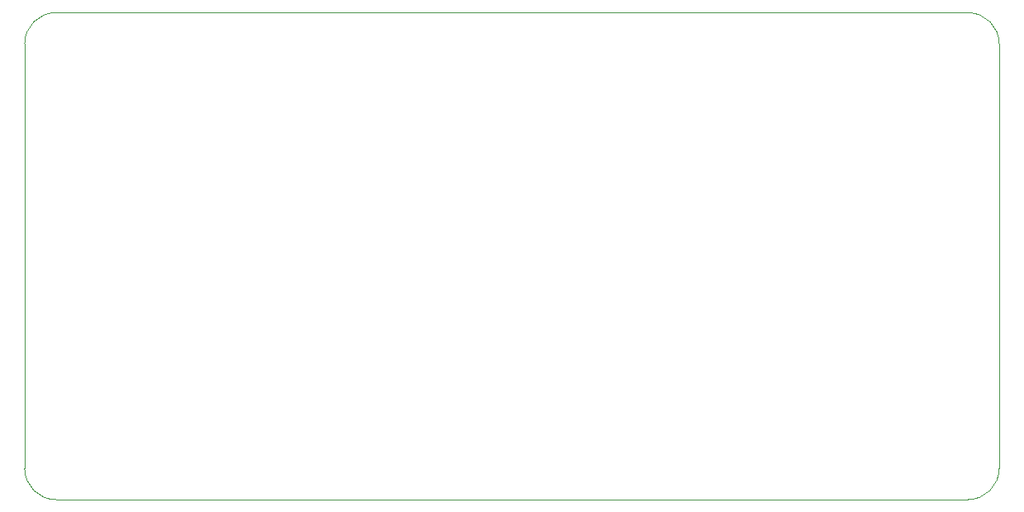
<source format=gbr>
%TF.GenerationSoftware,KiCad,Pcbnew,8.0.6*%
%TF.CreationDate,2026-01-03T17:25:48-08:00*%
%TF.ProjectId,USBPD_Board,55534250-445f-4426-9f61-72642e6b6963,A*%
%TF.SameCoordinates,PX5f5e100PY7270e00*%
%TF.FileFunction,Profile,NP*%
%FSLAX46Y46*%
G04 Gerber Fmt 4.6, Leading zero omitted, Abs format (unit mm)*
G04 Created by KiCad (PCBNEW 8.0.6) date 2026-01-03 17:25:48*
%MOMM*%
%LPD*%
G01*
G04 APERTURE LIST*
%TA.AperFunction,Profile*%
%ADD10C,0.050000*%
%TD*%
G04 APERTURE END LIST*
D10*
X100000000Y46800000D02*
X100000000Y3200000D01*
X0Y46800000D02*
X0Y3200000D01*
X96800000Y50000000D02*
X3200000Y50000000D01*
X96800000Y50000000D02*
G75*
G02*
X100000000Y46800000I-100J-3200100D01*
G01*
X100000000Y3200000D02*
G75*
G02*
X96800000Y0I-3200000J0D01*
G01*
X0Y46800000D02*
G75*
G02*
X3200000Y50000000I3200000J0D01*
G01*
X3200000Y0D02*
G75*
G02*
X0Y3200000I0J3200000D01*
G01*
X3200000Y0D02*
X96800000Y0D01*
M02*

</source>
